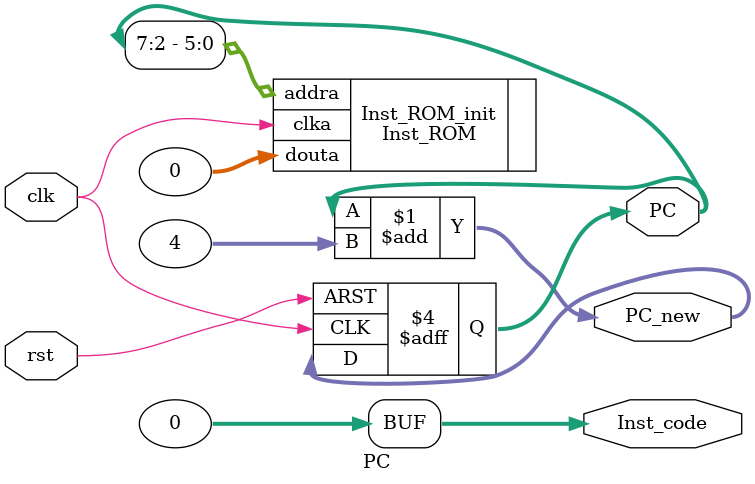
<source format=v>
`timescale 1ns / 1ps

module PC(
    input clk,
    input rst,
    
    output reg [31:0] Inst_code,
    output reg [31:0] PC,
    output [31:0] PC_new
);
    
    // PC³õÊ¼»¯
    initial begin
        PC = 32'h0000_0000;
        Inst_code = 32'h0000_0000;
    end

    // PC+4¼ÆËã
    assign PC_new = PC + 4;

    // Ö¸ÁîROMÊµÀý»¯
    Inst_ROM Inst_ROM_init(
      .clka(clk), // input clka
      .addra(PC[7:2]), // input [5 : 0] addra
      .douta(Inst_code) // output [31 : 0] douta
    );
    
    
    always@(negedge clk or posedge rst)
	begin
		if(rst)
			begin PC <= 32'h0000_0000; end
		else
			begin PC <= PC_new; end
	end
endmodule
</source>
